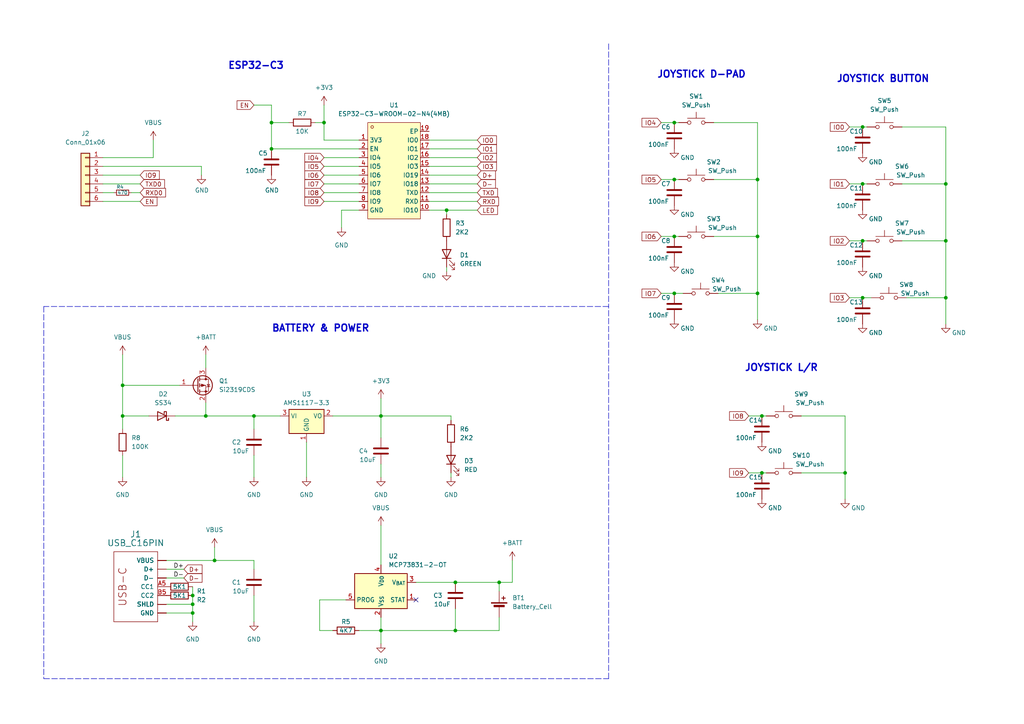
<source format=kicad_sch>
(kicad_sch (version 20230121) (generator eeschema)
  (paper "A4")
  (lib_symbols
    (symbol "Battery_Management:MCP73831-2-OT"
      (property "Reference" "U" (at -7.62 6.35 0))
      (property "Value" "MCP73831-2-OT" (at 1.27 6.35 0))
      (symbol "MCP73831-2-OT_0_1"
        (rectangle (start -7.62 5.08) (end 7.62 -5.08) (stroke (width 0.254)) (fill (type background)))
      )
      (symbol "MCP73831-2-OT_1_1"
        (pin output line (at 10.16 -2.54 180) (length 2.54) (name "STAT") (number "1"))
        (pin power_in line (at 0 -7.62 90) (length 2.54) (name "V_{SS}") (number "2"))
        (pin power_out line (at 10.16 2.54 180) (length 2.54) (name "V_{BAT}") (number "3"))
        (pin power_in line (at 0 7.62 270) (length 2.54) (name "V_{DD}") (number "4"))
        (pin input line (at -10.16 -2.54 0) (length 2.54) (name "PROG") (number "5"))
      )
    )
    (symbol "Connector_Generic:Conn_01x06" (pin_names (offset 1.016) hide)
      (property "Reference" "J" (at 0 7.62 0))
      (property "Value" "Conn_01x06" (at 0 -10.16 0))
      (symbol "Conn_01x06_1_1"
        (rectangle (start -1.27 -7.493) (end 0 -7.747) (stroke (width 0.1524)))
        (rectangle (start -1.27 -4.953) (end 0 -5.207) (stroke (width 0.1524)))
        (rectangle (start -1.27 -2.413) (end 0 -2.667) (stroke (width 0.1524)))
        (rectangle (start -1.27 0.127) (end 0 -0.127) (stroke (width 0.1524)))
        (rectangle (start -1.27 2.667) (end 0 2.413) (stroke (width 0.1524)))
        (rectangle (start -1.27 5.207) (end 0 4.953) (stroke (width 0.1524)))
        (rectangle (start -1.27 6.35) (end 1.27 -8.89) (stroke (width 0.254)) (fill (type background)))
        (pin passive line (at -5.08 5.08 0) (length 3.81) (name "Pin_1") (number "1"))
        (pin passive line (at -5.08 2.54 0) (length 3.81) (name "Pin_2") (number "2"))
        (pin passive line (at -5.08 0 0) (length 3.81) (name "Pin_3") (number "3"))
        (pin passive line (at -5.08 -2.54 0) (length 3.81) (name "Pin_4") (number "4"))
        (pin passive line (at -5.08 -5.08 0) (length 3.81) (name "Pin_5") (number "5"))
        (pin passive line (at -5.08 -7.62 0) (length 3.81) (name "Pin_6") (number "6"))
      )
    )
    (symbol "Device:Battery_Cell" (pin_numbers hide) (pin_names (offset 0) hide)
      (property "Reference" "BT" (at 2.54 2.54 0))
      (property "Value" "Battery_Cell" (at 2.54 0 0))
      (symbol "Battery_Cell_0_1"
        (rectangle (start -2.286 1.778) (end 2.286 1.524) (fill (type outline)))
        (rectangle (start -1.524 1.016) (end 1.524 0.508) (fill (type outline)))
        (polyline (pts (xy 0 0.762) (xy 0 0)))
        (polyline (pts (xy 0 1.778) (xy 0 2.54)))
        (polyline (pts (xy 0.762 3.048) (xy 1.778 3.048)) (stroke (width 0.254)))
        (polyline (pts (xy 1.27 3.556) (xy 1.27 2.54)) (stroke (width 0.254)))
      )
      (symbol "Battery_Cell_1_1"
        (pin passive line (at 0 5.08 270) (length 2.54) (name "+") (number "1"))
        (pin passive line (at 0 -2.54 90) (length 2.54) (name "-") (number "2"))
      )
    )
    (symbol "Device:C" (pin_numbers hide) (pin_names (offset 0.254))
      (property "Reference" "C" (at 0.635 2.54 0))
      (property "Value" "C" (at 0.635 -2.54 0))
      (symbol "C_0_1"
        (polyline (pts (xy -2.032 -0.762) (xy 2.032 -0.762)) (stroke (width 0.508)))
        (polyline (pts (xy -2.032 0.762) (xy 2.032 0.762)) (stroke (width 0.508)))
      )
      (symbol "C_1_1"
        (pin passive line (at 0 3.81 270) (length 2.794) (name "~") (number "1"))
        (pin passive line (at 0 -3.81 90) (length 2.794) (name "~") (number "2"))
      )
    )
    (symbol "Device:LED" (pin_numbers hide) (pin_names (offset 1.016) hide)
      (property "Reference" "D" (at 0 2.54 0))
      (property "Value" "LED" (at 0 -2.54 0))
      (symbol "LED_0_1"
        (polyline (pts (xy -1.27 -1.27) (xy -1.27 1.27)) (stroke (width 0.254)))
        (polyline (pts (xy -1.27 0) (xy 1.27 0)))
        (polyline (pts (xy 1.27 -1.27) (xy 1.27 1.27) (xy -1.27 0) (xy 1.27 -1.27)) (stroke (width 0.254)))
        (polyline (pts (xy -3.048 -0.762) (xy -4.572 -2.286) (xy -3.81 -2.286) (xy -4.572 -2.286) (xy -4.572 -1.524)))
        (polyline (pts (xy -1.778 -0.762) (xy -3.302 -2.286) (xy -2.54 -2.286) (xy -3.302 -2.286) (xy -3.302 -1.524)))
      )
      (symbol "LED_1_1"
        (pin passive line (at -3.81 0 0) (length 2.54) (name "K") (number "1"))
        (pin passive line (at 3.81 0 180) (length 2.54) (name "A") (number "2"))
      )
    )
    (symbol "Device:R" (pin_numbers hide) (pin_names (offset 0))
      (property "Reference" "R" (at 2.032 0 90))
      (property "Value" "R" (at 0 0 90))
      (symbol "R_0_1"
        (rectangle (start -1.016 -2.54) (end 1.016 2.54) (stroke (width 0.254)))
      )
      (symbol "R_1_1"
        (pin passive line (at 0 3.81 270) (length 1.27) (name "~") (number "1"))
        (pin passive line (at 0 -3.81 90) (length 1.27) (name "~") (number "2"))
      )
    )
    (symbol "Device:R_Small" (pin_numbers hide) (pin_names (offset 0.254) hide)
      (property "Reference" "R" (at 0.762 0.508 0))
      (property "Value" "R_Small" (at 0.762 -1.016 0))
      (symbol "R_Small_0_1"
        (rectangle (start -0.762 1.778) (end 0.762 -1.778) (stroke (width 0.2032)))
      )
      (symbol "R_Small_1_1"
        (pin passive line (at 0 2.54 270) (length 0.762) (name "~") (number "1"))
        (pin passive line (at 0 -2.54 90) (length 0.762) (name "~") (number "2"))
      )
    )
    (symbol "Diode:B150-E3" (pin_numbers hide) (pin_names hide)
      (property "Reference" "D" (at 0 2.54 0))
      (property "Value" "B150-E3" (at 0 -2.54 0))
      (symbol "B150-E3_0_1"
        (polyline (pts (xy 1.27 0) (xy -1.27 0)))
        (polyline (pts (xy 1.27 1.27) (xy 1.27 -1.27) (xy -1.27 0) (xy 1.27 1.27)) (stroke (width 0.254)))
        (polyline (pts (xy -1.905 0.635) (xy -1.905 1.27) (xy -1.27 1.27) (xy -1.27 -1.27) (xy -0.635 -1.27) (xy -0.635 -0.635)) (stroke (width 0.254)))
      )
      (symbol "B150-E3_1_1"
        (pin passive line (at -3.81 0 0) (length 2.54) (name "K") (number "1"))
        (pin passive line (at 3.81 0 180) (length 2.54) (name "A") (number "2"))
      )
    )
    (symbol "Regulator_Linear:AMS1117-3.3"
      (property "Reference" "U" (at -3.81 3.175 0))
      (property "Value" "AMS1117-3.3" (at 0 3.175 0))
      (symbol "AMS1117-3.3_0_1"
        (rectangle (start -5.08 -5.08) (end 5.08 1.905) (stroke (width 0.254)) (fill (type background)))
      )
      (symbol "AMS1117-3.3_1_1"
        (pin power_in line (at 0 -7.62 90) (length 2.54) (name "GND") (number "1"))
        (pin power_out line (at 7.62 0 180) (length 2.54) (name "VO") (number "2"))
        (pin power_in line (at -7.62 0 0) (length 2.54) (name "VI") (number "3"))
      )
    )
    (symbol "Switch:SW_Push" (pin_numbers hide) (pin_names (offset 1.016) hide)
      (property "Reference" "SW" (at 1.27 2.54 0))
      (property "Value" "SW_Push" (at 0 -1.524 0))
      (symbol "SW_Push_0_1"
        (circle (center -2.032 0) (radius 0.508))
        (polyline (pts (xy 0 1.27) (xy 0 3.048)))
        (polyline (pts (xy 2.54 1.27) (xy -2.54 1.27)))
        (circle (center 2.032 0) (radius 0.508))
        (pin passive line (at -5.08 0 0) (length 2.54) (name "1") (number "1"))
        (pin passive line (at 5.08 0 180) (length 2.54) (name "2") (number "2"))
      )
    )
    (symbol "Transistor_FET:Si2319CDS" (pin_names hide)
      (property "Reference" "Q" (at 5.08 1.905 0))
      (property "Value" "Si2319CDS" (at 5.08 0 0))
      (symbol "Si2319CDS_0_1"
        (polyline (pts (xy 0.254 0) (xy -2.54 0)))
        (polyline (pts (xy 0.254 1.905) (xy 0.254 -1.905)) (stroke (width 0.254)))
        (polyline (pts (xy 0.762 -1.27) (xy 0.762 -2.286)) (stroke (width 0.254)))
        (polyline (pts (xy 0.762 0.508) (xy 0.762 -0.508)) (stroke (width 0.254)))
        (polyline (pts (xy 0.762 2.286) (xy 0.762 1.27)) (stroke (width 0.254)))
        (polyline (pts (xy 2.54 2.54) (xy 2.54 1.778)))
        (polyline (pts (xy 2.54 -2.54) (xy 2.54 0) (xy 0.762 0)))
        (polyline (pts (xy 0.762 1.778) (xy 3.302 1.778) (xy 3.302 -1.778) (xy 0.762 -1.778)))
        (polyline (pts (xy 2.286 0) (xy 1.27 0.381) (xy 1.27 -0.381) (xy 2.286 0)) (fill (type outline)))
        (polyline (pts (xy 2.794 -0.508) (xy 2.921 -0.381) (xy 3.683 -0.381) (xy 3.81 -0.254)))
        (polyline (pts (xy 3.302 -0.381) (xy 2.921 0.254) (xy 3.683 0.254) (xy 3.302 -0.381)))
        (circle (center 1.651 0) (radius 2.794) (stroke (width 0.254)))
        (circle (center 2.54 -1.778) (radius 0.254) (fill (type outline)))
        (circle (center 2.54 1.778) (radius 0.254) (fill (type outline)))
      )
      (symbol "Si2319CDS_1_1"
        (pin input line (at -5.08 0 0) (length 2.54) (name "G") (number "1"))
        (pin passive line (at 2.54 -5.08 90) (length 2.54) (name "S") (number "2"))
        (pin passive line (at 2.54 5.08 270) (length 2.54) (name "D") (number "3"))
      )
    )
    (symbol "esp32-c3-wroom:ESP32-C3-WROOM-02-N4(4MB)"
      (property "Reference" "U" (at 0 16.51 0))
      (property "Value" "ESP32-C3-WROOM-02-N4(4MB)" (at 0 -16.51 0))
      (symbol "ESP32-C3-WROOM-02-N4(4MB)_0_1"
        (rectangle (start -7.62 13.97) (end 7.62 -13.97) (fill (type background)))
        (circle (center -6.35 12.7) (radius 0.38))
        (pin unspecified line (at -10.16 8.89 0) (length 2.54) (name "3V3") (number "1"))
        (pin unspecified line (at 10.16 -11.43 180) (length 2.54) (name "IO10") (number "10"))
        (pin unspecified line (at 10.16 -8.89 180) (length 2.54) (name "RXD") (number "11"))
        (pin unspecified line (at 10.16 -6.35 180) (length 2.54) (name "TXD") (number "12"))
        (pin unspecified line (at 10.16 -3.81 180) (length 2.54) (name "IO18") (number "13"))
        (pin unspecified line (at 10.16 -1.27 180) (length 2.54) (name "IO19") (number "14"))
        (pin unspecified line (at 10.16 1.27 180) (length 2.54) (name "IO3") (number "15"))
        (pin unspecified line (at 10.16 3.81 180) (length 2.54) (name "IO2") (number "16"))
        (pin unspecified line (at 10.16 6.35 180) (length 2.54) (name "IO1") (number "17"))
        (pin unspecified line (at 10.16 8.89 180) (length 2.54) (name "IO0") (number "18"))
        (pin unspecified line (at 10.16 11.43 180) (length 2.54) (name "EP") (number "19"))
        (pin unspecified line (at -10.16 6.35 0) (length 2.54) (name "EN") (number "2"))
        (pin unspecified line (at -10.16 3.81 0) (length 2.54) (name "IO4") (number "3"))
        (pin unspecified line (at -10.16 1.27 0) (length 2.54) (name "IO5") (number "4"))
        (pin unspecified line (at -10.16 -1.27 0) (length 2.54) (name "IO6") (number "5"))
        (pin unspecified line (at -10.16 -3.81 0) (length 2.54) (name "IO7") (number "6"))
        (pin unspecified line (at -10.16 -6.35 0) (length 2.54) (name "IO8") (number "7"))
        (pin unspecified line (at -10.16 -8.89 0) (length 2.54) (name "IO9") (number "8"))
        (pin unspecified line (at -10.16 -11.43 0) (length 2.54) (name "GND") (number "9"))
      )
    )
    (symbol "power:+3V3" (power) (pin_names (offset 0))
      (property "Value" "+3V3" (at 0 3.556 0))
      (symbol "+3V3_0_1"
        (polyline (pts (xy -0.762 1.27) (xy 0 2.54)))
        (polyline (pts (xy 0 0) (xy 0 2.54)))
        (polyline (pts (xy 0 2.54) (xy 0.762 1.27)))
      )
      (symbol "+3V3_1_1"
        (pin power_in line (at 0 0 90) (length 0) hide (name "+3V3") (number "1"))
      )
    )
    (symbol "power:+BATT" (power) (pin_names (offset 0))
      (property "Value" "+BATT" (at 0 3.556 0))
      (symbol "+BATT_0_1"
        (polyline (pts (xy -0.762 1.27) (xy 0 2.54)))
        (polyline (pts (xy 0 0) (xy 0 2.54)))
        (polyline (pts (xy 0 2.54) (xy 0.762 1.27)))
      )
      (symbol "+BATT_1_1"
        (pin power_in line (at 0 0 90) (length 0) hide (name "+BATT") (number "1"))
      )
    )
    (symbol "power:GND" (power) (pin_names (offset 0))
      (property "Value" "GND" (at 0 -3.81 0))
      (symbol "GND_0_1"
        (polyline (pts (xy 0 0) (xy 0 -1.27) (xy 1.27 -1.27) (xy 0 -2.54) (xy -1.27 -1.27) (xy 0 -1.27)))
      )
      (symbol "GND_1_1"
        (pin power_in line (at 0 0 270) (length 0) hide (name "GND") (number "1"))
      )
    )
    (symbol "power:VBUS" (power) (pin_names (offset 0))
      (property "Value" "VBUS" (at 0 3.81 0))
      (symbol "VBUS_0_1"
        (polyline (pts (xy -0.762 1.27) (xy 0 2.54)))
        (polyline (pts (xy 0 0) (xy 0 2.54)))
        (polyline (pts (xy 0 2.54) (xy 0.762 1.27)))
      )
      (symbol "VBUS_1_1"
        (pin power_in line (at 0 0 90) (length 0) hide (name "VBUS") (number "1"))
      )
    )
    (symbol "usb_c16pin:USB_C16PIN" (pin_names (offset 1.016))
      (property "Reference" "J" (at -2.54 10.414 0))
      (property "Value" "USB_C16PIN" (at -2.54 -12.446 0))
      (symbol "USB_C16PIN_1_0"
        (polyline (pts (xy -2.54 -10.16) (xy -2.54 10.16)))
        (polyline (pts (xy -2.54 -10.16) (xy 10.16 -10.16)))
        (polyline (pts (xy 10.16 -10.16) (xy 10.16 10.16)))
        (polyline (pts (xy 10.16 10.16) (xy -2.54 10.16)))
        (text "USB-C" (at 0 0 900) (effects (font (size 2.159 2.159))))
        (pin unspecified line (at 12.7 0 180) (length 2.54) (name "CC1") (number "A5"))
        (pin unspecified line (at 12.7 5.08 180) (length 2.54) (name "D+") (number "A6"))
        (pin unspecified line (at 12.7 2.54 180) (length 2.54) (name "D-") (number "A7"))
        (pin unspecified line (at 12.7 -2.54 180) (length 2.54) (name "CC2") (number "B5"))
        (pin unspecified line (at 12.7 5.08 180) (length 2.54) (name "D+") (number "B6"))
        (pin unspecified line (at 12.7 2.54 180) (length 2.54) (name "D-") (number "B7"))
        (pin unspecified line (at 12.7 -7.62 180) (length 2.54) (name "GND") (number "GND"))
        (pin unspecified line (at 12.7 -7.62 180) (length 2.54) (name "GND") (number "GND2"))
        (pin unspecified line (at 12.7 -5.08 180) (length 2.54) (name "SHLD") (number "SHLD1"))
        (pin unspecified line (at 12.7 -5.08 180) (length 2.54) (name "SHLD") (number "SHLD2"))
        (pin unspecified line (at 12.7 -5.08 180) (length 2.54) (name "SHLD") (number "SHLD3"))
        (pin unspecified line (at 12.7 -5.08 180) (length 2.54) (name "SHLD") (number "SHLD4"))
        (pin unspecified line (at 12.7 -5.08 180) (length 2.54) (name "SHLD") (number "SHLD5"))
        (pin unspecified line (at 12.7 -5.08 180) (length 2.54) (name "SHLD") (number "SHLD6"))
        (pin unspecified line (at 12.7 -5.08 180) (length 2.54) (name "SHLD") (number "SHLD7"))
        (pin unspecified line (at 12.7 -5.08 180) (length 2.54) (name "SHLD") (number "SHLD8"))
        (pin unspecified line (at 12.7 7.62 180) (length 2.54) (name "VBUS") (number "VBUS1"))
        (pin unspecified line (at 12.7 7.62 180) (length 2.54) (name "VBUS") (number "VBUS2"))
      )
    )
  )
  (junction (at 250.19 86.36))
  (junction (at 62.23 162.56))
  (junction (at 55.88 177.8))
  (junction (at 220.98 137.16))
  (junction (at 274.32 53.34))
  (junction (at 35.56 120.65))
  (junction (at 219.71 68.58))
  (junction (at 55.88 172.72))
  (junction (at 35.56 111.76))
  (junction (at 219.71 85.09))
  (junction (at 250.19 69.85))
  (junction (at 219.71 52.07))
  (junction (at 132.08 168.91))
  (junction (at 93.98 35.56))
  (junction (at 250.19 53.34))
  (junction (at 245.11 137.16))
  (junction (at 73.66 120.65))
  (junction (at 59.69 120.65))
  (junction (at 195.58 52.07))
  (junction (at 274.32 86.36))
  (junction (at 274.32 69.85))
  (junction (at 78.74 35.56))
  (junction (at 144.78 168.91))
  (junction (at 220.98 120.65))
  (junction (at 129.54 60.96))
  (junction (at 195.58 68.58))
  (junction (at 78.74 43.18))
  (junction (at 132.08 182.88))
  (junction (at 55.88 175.26))
  (junction (at 110.49 182.88))
  (junction (at 250.19 36.83))
  (junction (at 110.49 120.65))
  (junction (at 195.58 35.56))
  (junction (at 195.58 85.09))
  (no_connect (at 120.65 173.99))
  (wire (pts (xy 73.66 180.34) (xy 73.66 172.72)))
  (wire (pts (xy 129.54 60.96) (xy 138.43 60.96)))
  (wire (pts (xy 104.14 182.88) (xy 110.49 182.88)))
  (wire (pts (xy 100.33 173.99) (xy 92.71 173.99)))
  (wire (pts (xy 246.38 36.83) (xy 250.19 36.83)))
  (polyline (pts (xy 176.53 196.85) (xy 176.53 88.9)) (stroke (width 0) (type dash)))
  (wire (pts (xy 220.98 120.65) (xy 222.25 120.65)))
  (wire (pts (xy 59.69 120.65) (xy 73.66 120.65)))
  (wire (pts (xy 110.49 182.88) (xy 110.49 186.69)))
  (wire (pts (xy 232.41 137.16) (xy 245.11 137.16)))
  (wire (pts (xy 191.77 35.56) (xy 195.58 35.56)))
  (wire (pts (xy 195.58 35.56) (xy 196.85 35.56)))
  (wire (pts (xy 55.88 175.26) (xy 55.88 177.8)))
  (wire (pts (xy 91.44 35.56) (xy 93.98 35.56)))
  (wire (pts (xy 217.17 137.16) (xy 220.98 137.16)))
  (wire (pts (xy 104.14 60.96) (xy 99.06 60.96)))
  (wire (pts (xy 104.14 40.64) (xy 93.98 40.64)))
  (wire (pts (xy 124.46 45.72) (xy 138.43 45.72)))
  (wire (pts (xy 35.56 111.76) (xy 35.56 102.87)))
  (wire (pts (xy 29.845 48.26) (xy 58.42 48.26)))
  (polyline (pts (xy 176.53 88.9) (xy 12.7 88.9)) (stroke (width 0) (type dash)))
  (wire (pts (xy 245.11 137.16) (xy 245.11 144.78)))
  (wire (pts (xy 110.49 115.57) (xy 110.49 120.65)))
  (wire (pts (xy 48.26 165.1) (xy 53.34 165.1)))
  (wire (pts (xy 129.54 60.96) (xy 129.54 62.23)))
  (wire (pts (xy 93.98 58.42) (xy 104.14 58.42)))
  (wire (pts (xy 124.46 53.34) (xy 138.43 53.34)))
  (wire (pts (xy 217.17 120.65) (xy 220.98 120.65)))
  (wire (pts (xy 110.49 138.43) (xy 110.49 134.62)))
  (wire (pts (xy 29.845 45.72) (xy 44.45 45.72)))
  (wire (pts (xy 50.8 120.65) (xy 59.69 120.65)))
  (polyline (pts (xy 12.7 196.85) (xy 176.53 196.85)) (stroke (width 0) (type dash)))
  (wire (pts (xy 124.46 43.18) (xy 138.43 43.18)))
  (wire (pts (xy 73.66 132.08) (xy 73.66 138.43)))
  (wire (pts (xy 144.78 168.91) (xy 148.59 168.91)))
  (wire (pts (xy 245.11 137.16) (xy 245.11 120.65)))
  (wire (pts (xy 191.77 85.09) (xy 195.58 85.09)))
  (wire (pts (xy 219.71 52.07) (xy 219.71 35.56)))
  (wire (pts (xy 88.9 128.27) (xy 88.9 138.43)))
  (wire (pts (xy 274.32 69.85) (xy 274.32 53.34)))
  (wire (pts (xy 219.71 92.71) (xy 219.71 85.09)))
  (wire (pts (xy 261.62 53.34) (xy 274.32 53.34)))
  (wire (pts (xy 124.46 55.88) (xy 138.43 55.88)))
  (wire (pts (xy 246.38 69.85) (xy 250.19 69.85)))
  (wire (pts (xy 58.42 48.26) (xy 58.42 50.8)))
  (wire (pts (xy 38.1 55.88) (xy 40.64 55.88)))
  (wire (pts (xy 144.78 168.91) (xy 144.78 171.45)))
  (wire (pts (xy 274.32 86.36) (xy 274.32 69.85)))
  (wire (pts (xy 132.08 168.91) (xy 144.78 168.91)))
  (wire (pts (xy 144.78 179.07) (xy 144.78 182.88)))
  (wire (pts (xy 124.46 40.64) (xy 138.43 40.64)))
  (wire (pts (xy 48.26 167.64) (xy 53.34 167.64)))
  (wire (pts (xy 220.98 137.16) (xy 222.25 137.16)))
  (wire (pts (xy 73.66 120.65) (xy 73.66 124.46)))
  (wire (pts (xy 129.54 77.47) (xy 129.54 78.74)))
  (wire (pts (xy 29.845 53.34) (xy 40.64 53.34)))
  (wire (pts (xy 132.08 176.53) (xy 132.08 182.88)))
  (wire (pts (xy 219.71 35.56) (xy 207.01 35.56)))
  (wire (pts (xy 93.98 53.34) (xy 104.14 53.34)))
  (wire (pts (xy 35.56 120.65) (xy 35.56 111.76)))
  (wire (pts (xy 35.56 120.65) (xy 35.56 124.46)))
  (wire (pts (xy 93.98 55.88) (xy 104.14 55.88)))
  (polyline (pts (xy 176.53 12.7) (xy 176.53 88.9)) (stroke (width 0) (type dash)))
  (wire (pts (xy 144.78 182.88) (xy 132.08 182.88)))
  (wire (pts (xy 250.19 36.83) (xy 251.46 36.83)))
  (wire (pts (xy 78.74 35.56) (xy 83.82 35.56)))
  (wire (pts (xy 246.38 86.36) (xy 250.19 86.36)))
  (wire (pts (xy 191.77 52.07) (xy 195.58 52.07)))
  (wire (pts (xy 124.46 50.8) (xy 138.43 50.8)))
  (wire (pts (xy 92.71 173.99) (xy 92.71 182.88)))
  (wire (pts (xy 55.88 177.8) (xy 55.88 180.34)))
  (wire (pts (xy 124.46 60.96) (xy 129.54 60.96)))
  (wire (pts (xy 48.26 177.8) (xy 55.88 177.8)))
  (wire (pts (xy 250.19 86.36) (xy 252.73 86.36)))
  (wire (pts (xy 55.88 172.72) (xy 55.88 175.26)))
  (wire (pts (xy 274.32 53.34) (xy 274.32 36.83)))
  (wire (pts (xy 96.52 120.65) (xy 110.49 120.65)))
  (wire (pts (xy 78.74 30.48) (xy 78.74 35.56)))
  (wire (pts (xy 130.81 137.16) (xy 130.81 138.43)))
  (wire (pts (xy 124.46 48.26) (xy 138.43 48.26)))
  (wire (pts (xy 195.58 85.09) (xy 198.12 85.09)))
  (wire (pts (xy 55.88 170.18) (xy 55.88 172.72)))
  (wire (pts (xy 48.26 162.56) (xy 62.23 162.56)))
  (wire (pts (xy 250.19 53.34) (xy 251.46 53.34)))
  (wire (pts (xy 120.65 168.91) (xy 132.08 168.91)))
  (wire (pts (xy 110.49 120.65) (xy 110.49 127)))
  (wire (pts (xy 99.06 60.96) (xy 99.06 66.04)))
  (wire (pts (xy 207.01 52.07) (xy 219.71 52.07)))
  (wire (pts (xy 245.11 120.65) (xy 232.41 120.65)))
  (wire (pts (xy 73.66 30.48) (xy 78.74 30.48)))
  (wire (pts (xy 207.01 68.58) (xy 219.71 68.58)))
  (wire (pts (xy 110.49 120.65) (xy 130.81 120.65)))
  (wire (pts (xy 246.38 53.34) (xy 250.19 53.34)))
  (wire (pts (xy 93.98 35.56) (xy 93.98 30.48)))
  (wire (pts (xy 191.77 68.58) (xy 195.58 68.58)))
  (wire (pts (xy 250.19 69.85) (xy 251.46 69.85)))
  (wire (pts (xy 73.66 162.56) (xy 73.66 165.1)))
  (wire (pts (xy 219.71 68.58) (xy 219.71 52.07)))
  (wire (pts (xy 35.56 111.76) (xy 52.07 111.76)))
  (wire (pts (xy 219.71 85.09) (xy 219.71 68.58)))
  (wire (pts (xy 124.46 58.42) (xy 138.43 58.42)))
  (wire (pts (xy 29.845 50.8) (xy 40.64 50.8)))
  (wire (pts (xy 110.49 179.07) (xy 110.49 182.88)))
  (wire (pts (xy 73.66 120.65) (xy 81.28 120.65)))
  (wire (pts (xy 78.74 35.56) (xy 78.74 43.18)))
  (wire (pts (xy 35.56 132.08) (xy 35.56 138.43)))
  (wire (pts (xy 29.845 58.42) (xy 40.64 58.42)))
  (wire (pts (xy 93.98 45.72) (xy 104.14 45.72)))
  (wire (pts (xy 62.23 158.75) (xy 62.23 162.56)))
  (wire (pts (xy 274.32 36.83) (xy 261.62 36.83)))
  (wire (pts (xy 43.18 120.65) (xy 35.56 120.65)))
  (wire (pts (xy 59.69 116.84) (xy 59.69 120.65)))
  (wire (pts (xy 59.69 102.87) (xy 59.69 106.68)))
  (wire (pts (xy 29.845 55.88) (xy 33.02 55.88)))
  (wire (pts (xy 195.58 52.07) (xy 196.85 52.07)))
  (wire (pts (xy 93.98 48.26) (xy 104.14 48.26)))
  (wire (pts (xy 78.74 43.18) (xy 104.14 43.18)))
  (polyline (pts (xy 12.7 88.9) (xy 12.7 196.85)) (stroke (width 0) (type dash)))
  (wire (pts (xy 93.98 40.64) (xy 93.98 35.56)))
  (wire (pts (xy 130.81 121.92) (xy 130.81 120.65)))
  (wire (pts (xy 44.45 40.64) (xy 44.45 45.72)))
  (wire (pts (xy 262.89 86.36) (xy 274.32 86.36)))
  (wire (pts (xy 274.32 93.98) (xy 274.32 86.36)))
  (wire (pts (xy 195.58 68.58) (xy 196.85 68.58)))
  (wire (pts (xy 132.08 182.88) (xy 110.49 182.88)))
  (wire (pts (xy 93.98 50.8) (xy 104.14 50.8)))
  (wire (pts (xy 110.49 152.4) (xy 110.49 163.83)))
  (wire (pts (xy 261.62 69.85) (xy 274.32 69.85)))
  (wire (pts (xy 48.26 175.26) (xy 55.88 175.26)))
  (wire (pts (xy 92.71 182.88) (xy 96.52 182.88)))
  (wire (pts (xy 208.28 85.09) (xy 219.71 85.09)))
  (wire (pts (xy 62.23 162.56) (xy 73.66 162.56)))
  (wire (pts (xy 148.59 168.91) (xy 148.59 162.56)))
  (text "JOYSTICK L/R\n" (at 215.9 107.95 0) (effects (font (size 2 2) (thickness 0.4) bold) (justify left bottom)))
  (text "BATTERY & POWER" (at 78.74 96.52 0) (effects (font (size 2 2) (thickness 0.4) bold) (justify left bottom)))
  (text "JOYSTICK D-PAD\n" (at 190.5 22.86 0) (effects (font (size 2 2) (thickness 0.4) bold) (justify left bottom)))
  (text "JOYSTICK BUTTON" (at 242.57 24.13 0) (effects (font (size 2 2) (thickness 0.4) bold) (justify left bottom)))
  (text "ESP32-C3" (at 66.04 20.32 0) (effects (font (size 2 2) (thickness 0.4) bold) (justify left bottom)))
  (label "D-" (at 53.34 167.64 180))
  (label "D+" (at 53.34 165.1 180))
  (global_label "LED" (shape input) (at 138.43 60.96 0) (property "Intersheetrefs" "${INTERSHEET_REFS}" (effects hide)))
  (global_label "IO8" (shape input) (at 93.98 55.88 180) (property "Intersheetrefs" "${INTERSHEET_REFS}" (effects hide)))
  (global_label "IO4" (shape input) (at 191.77 35.56 180) (property "Intersheetrefs" "${INTERSHEET_REFS}" (effects hide)))
  (global_label "IO5" (shape input) (at 93.98 48.26 180) (property "Intersheetrefs" "${INTERSHEET_REFS}" (effects hide)))
  (global_label "IO3" (shape input) (at 138.43 48.26 0) (property "Intersheetrefs" "${INTERSHEET_REFS}" (effects hide)))
  (global_label "IO9" (shape input) (at 93.98 58.42 180) (property "Intersheetrefs" "${INTERSHEET_REFS}" (effects hide)))
  (global_label "IO9" (shape input) (at 40.64 50.8 0) (property "Intersheetrefs" "${INTERSHEET_REFS}" (effects hide)))
  (global_label "RXD" (shape input) (at 138.43 58.42 0) (property "Intersheetrefs" "${INTERSHEET_REFS}" (effects hide)))
  (global_label "TXD0" (shape input) (at 40.64 53.34 0) (property "Intersheetrefs" "${INTERSHEET_REFS}" (effects hide)))
  (global_label "RXD0" (shape input) (at 40.64 55.88 0) (property "Intersheetrefs" "${INTERSHEET_REFS}" (effects hide)))
  (global_label "IO2" (shape input) (at 138.43 45.72 0) (property "Intersheetrefs" "${INTERSHEET_REFS}" (effects hide)))
  (global_label "IO3" (shape input) (at 246.38 86.36 180) (property "Intersheetrefs" "${INTERSHEET_REFS}" (effects hide)))
  (global_label "EN" (shape input) (at 73.66 30.48 180) (property "Intersheetrefs" "${INTERSHEET_REFS}" (effects hide)))
  (global_label "D+" (shape input) (at 53.34 165.1 0) (property "Intersheetrefs" "${INTERSHEET_REFS}" (effects hide)))
  (global_label "D+" (shape input) (at 138.43 50.8 0) (property "Intersheetrefs" "${INTERSHEET_REFS}" (effects hide)))
  (global_label "IO0" (shape input) (at 138.43 40.64 0) (property "Intersheetrefs" "${INTERSHEET_REFS}" (effects hide)))
  (global_label "IO1" (shape input) (at 138.43 43.18 0) (property "Intersheetrefs" "${INTERSHEET_REFS}" (effects hide)))
  (global_label "IO7" (shape input) (at 191.77 85.09 180) (property "Intersheetrefs" "${INTERSHEET_REFS}" (effects hide)))
  (global_label "IO5" (shape input) (at 191.77 52.07 180) (property "Intersheetrefs" "${INTERSHEET_REFS}" (effects hide)))
  (global_label "D-" (shape input) (at 53.34 167.64 0) (property "Intersheetrefs" "${INTERSHEET_REFS}" (effects hide)))
  (global_label "IO9" (shape input) (at 217.17 137.16 180) (property "Intersheetrefs" "${INTERSHEET_REFS}" (effects hide)))
  (global_label "IO0" (shape input) (at 246.38 36.83 180) (property "Intersheetrefs" "${INTERSHEET_REFS}" (effects hide)))
  (global_label "IO2" (shape input) (at 246.38 69.85 180) (property "Intersheetrefs" "${INTERSHEET_REFS}" (effects hide)))
  (global_label "TXD" (shape input) (at 138.43 55.88 0) (property "Intersheetrefs" "${INTERSHEET_REFS}" (effects hide)))
  (global_label "IO6" (shape input) (at 93.98 50.8 180) (property "Intersheetrefs" "${INTERSHEET_REFS}" (effects hide)))
  (global_label "IO1" (shape input) (at 246.38 53.34 180) (property "Intersheetrefs" "${INTERSHEET_REFS}" (effects hide)))
  (global_label "IO4" (shape input) (at 93.98 45.72 180) (property "Intersheetrefs" "${INTERSHEET_REFS}" (effects hide)))
  (global_label "IO6" (shape input) (at 191.77 68.58 180) (property "Intersheetrefs" "${INTERSHEET_REFS}" (effects hide)))
  (global_label "EN" (shape input) (at 40.64 58.42 0) (property "Intersheetrefs" "${INTERSHEET_REFS}" (effects hide)))
  (global_label "IO7" (shape input) (at 93.98 53.34 180) (property "Intersheetrefs" "${INTERSHEET_REFS}" (effects hide)))
  (global_label "D-" (shape input) (at 138.43 53.34 0) (property "Intersheetrefs" "${INTERSHEET_REFS}" (effects hide)))
  (global_label "IO8" (shape input) (at 217.17 120.65 180) (property "Intersheetrefs" "${INTERSHEET_REFS}" (effects hide)))
  (symbol (lib_id "power:GND") (at 55.88 180.34 0) (unit 1)
    (property "Reference" "#PWR02" (effects hide))
    (property "Value" "GND" (at 55.88 185.42 0))
  )
  (symbol (lib_id "usb_c16pin:USB_C16PIN") (at 35.56 170.18 0) (unit 1)
    (property "Reference" "J1" (at 39.37 154.94 0) (effects (font (size 1.778 1.778))))
    (property "Value" "USB_C16PIN" (at 39.37 157.48 0) (effects (font (size 1.778 1.778))))
    (property "Footprint" "LOKAL:USB-C-COM-15111" (effects hide))
  )
  (symbol (lib_id "Device:C") (at 250.19 90.17 0) (unit 1)
    (property "Reference" "C13" (at 246.38 87.63 0) (effects (justify left)))
    (property "Value" "100nF" (at 242.57 92.71 0) (effects (justify left)))
  )
  (symbol (lib_id "Device:C") (at 132.08 172.72 180) (unit 1)
    (property "Reference" "C3" (at 127 172.72 0))
    (property "Value" "10uF" (at 128.27 175.26 0))
    (property "Footprint" "Capacitor_SMD:C_0603_1608Metric" (effects hide))
  )
  (symbol (lib_id "Device:R") (at 130.81 125.73 0) (unit 1)
    (property "Reference" "R6" (at 133.35 124.46 0) (effects (justify left)))
    (property "Value" "2K2" (at 133.35 127 0) (effects (justify left)))
    (property "Footprint" "Resistor_SMD:R_0603_1608Metric" (effects hide))
  )
  (symbol (lib_id "power:GND") (at 220.98 128.27 0) (unit 1)
    (property "Reference" "#PWR030" (effects hide))
    (property "Value" "GND" (at 224.79 130.81 0))
  )
  (symbol (lib_id "Device:R") (at 100.33 182.88 90) (unit 1)
    (property "Reference" "R5" (at 100.33 180.34 90))
    (property "Value" "4K7" (at 100.33 182.88 90))
    (property "Footprint" "Resistor_SMD:R_0603_1608Metric" (effects hide))
  )
  (symbol (lib_id "power:VBUS") (at 35.56 102.87 0) (unit 1)
    (property "Reference" "#PWR08" (effects hide))
    (property "Value" "VBUS" (at 35.56 97.79 0))
  )
  (symbol (lib_id "Switch:SW_Push") (at 227.33 120.65 0) (unit 1)
    (property "Reference" "SW9" (at 232.41 114.3 0))
    (property "Value" "SW_Push" (at 234.95 116.84 0))
  )
  (symbol (lib_id "power:GND") (at 129.54 78.74 0) (unit 1)
    (property "Reference" "#PWR05" (effects hide))
    (property "Value" "GND" (at 124.46 80.01 0))
  )
  (symbol (lib_id "power:+3V3") (at 93.98 30.48 0) (unit 1)
    (property "Reference" "#PWR018" (effects hide))
    (property "Value" "+3V3" (at 93.98 25.4 0))
  )
  (symbol (lib_id "Device:R") (at 87.63 35.56 90) (unit 1)
    (property "Reference" "R7" (at 87.63 33.02 90))
    (property "Value" "10K" (at 87.63 38.1 90))
  )
  (symbol (lib_id "Device:C") (at 195.58 39.37 0) (unit 1)
    (property "Reference" "C6" (at 191.77 36.83 0) (effects (justify left)))
    (property "Value" "100nF" (at 187.96 41.91 0) (effects (justify left)))
  )
  (symbol (lib_id "power:GND") (at 250.19 44.45 0) (unit 1)
    (property "Reference" "#PWR025" (effects hide))
    (property "Value" "GND" (at 254 46.99 0))
  )
  (symbol (lib_id "Switch:SW_Push") (at 201.93 35.56 0) (unit 1)
    (property "Reference" "SW1" (at 201.93 27.94 0))
    (property "Value" "SW_Push" (at 201.93 30.48 0))
  )
  (symbol (lib_id "Transistor_FET:Si2319CDS") (at 57.15 111.76 0) (unit 1)
    (property "Reference" "Q1" (at 63.5 110.49 0) (effects (justify left)))
    (property "Value" "Si2319CDS" (at 63.5 113.03 0) (effects (justify left)))
    (property "Footprint" "Package_TO_SOT_SMD:SOT-23" (effects hide))
    (property "Datasheet" "http://www.vishay.com/docs/66709/si2319cd.pdf" (effects hide))
  )
  (symbol (lib_id "power:GND") (at 219.71 92.71 0) (unit 1)
    (property "Reference" "#PWR024" (effects hide))
    (property "Value" "GND" (at 223.52 95.25 0))
  )
  (symbol (lib_id "Connector_Generic:Conn_01x06") (at 24.765 50.8 0) (mirror y) (unit 1)
    (property "Reference" "J2" (at 24.765 38.735 0))
    (property "Value" "Conn_01x06" (at 24.765 41.275 0))
    (property "Footprint" "Connector_PinHeader_2.54mm:PinHeader_1x06_P2.54mm_Vertical" (effects hide))
  )
  (symbol (lib_id "Regulator_Linear:AMS1117-3.3") (at 88.9 120.65 0) (unit 1)
    (property "Reference" "U3" (at 88.9 114.3 0))
    (property "Value" "AMS1117-3.3" (at 88.9 116.84 0))
    (property "Footprint" "Package_TO_SOT_SMD:SOT-223-3_TabPin2" (effects hide))
    (property "Datasheet" "http://www.advanced-monolithic.com/pdf/ds1117.pdf" (effects hide))
  )
  (symbol (lib_id "Device:R") (at 52.07 170.18 90) (unit 1)
    (property "Reference" "R1" (at 58.42 171.45 90))
    (property "Value" "5K1" (at 52.07 170.18 90))
    (property "Footprint" "Resistor_SMD:R_0603_1608Metric" (effects hide))
  )
  (symbol (lib_id "power:+BATT") (at 59.69 102.87 0) (unit 1)
    (property "Reference" "#PWR09" (effects hide))
    (property "Value" "+BATT" (at 59.69 97.79 0))
  )
  (symbol (lib_id "power:+3V3") (at 110.49 115.57 0) (unit 1)
    (property "Reference" "#PWR014" (effects hide))
    (property "Value" "+3V3" (at 110.49 110.49 0))
  )
  (symbol (lib_id "Switch:SW_Push") (at 256.54 53.34 0) (unit 1)
    (property "Reference" "SW6" (at 261.62 48.26 0))
    (property "Value" "SW_Push" (at 264.16 50.8 0))
  )
  (symbol (lib_id "Device:C") (at 195.58 88.9 0) (unit 1)
    (property "Reference" "C9" (at 191.77 86.36 0) (effects (justify left)))
    (property "Value" "100nF" (at 187.96 91.44 0) (effects (justify left)))
  )
  (symbol (lib_id "power:GND") (at 195.58 76.2 0) (unit 1)
    (property "Reference" "#PWR022" (effects hide))
    (property "Value" "GND" (at 199.39 78.74 0))
  )
  (symbol (lib_id "Switch:SW_Push") (at 227.33 137.16 0) (unit 1)
    (property "Reference" "SW10" (at 232.41 132.08 0))
    (property "Value" "SW_Push" (at 234.95 134.62 0))
  )
  (symbol (lib_id "power:GND") (at 35.56 138.43 0) (unit 1)
    (property "Reference" "#PWR033" (effects hide))
    (property "Value" "GND" (at 35.56 143.51 0))
  )
  (symbol (lib_id "Device:C") (at 73.66 128.27 180) (unit 1)
    (property "Reference" "C2" (at 68.58 128.27 0))
    (property "Value" "10uF" (at 69.85 130.81 0))
    (property "Footprint" "Capacitor_SMD:C_0603_1608Metric" (effects hide))
  )
  (symbol (lib_id "power:GND") (at 99.06 66.04 0) (unit 1)
    (property "Reference" "#PWR01" (effects hide))
    (property "Value" "GND" (at 99.06 71.12 0))
  )
  (symbol (lib_id "power:GND") (at 88.9 138.43 0) (unit 1)
    (property "Reference" "#PWR013" (effects hide))
    (property "Value" "GND" (at 88.9 143.51 0))
  )
  (symbol (lib_id "Device:C") (at 73.66 168.91 180) (unit 1)
    (property "Reference" "C1" (at 68.58 168.91 0))
    (property "Value" "10uF" (at 69.85 171.45 0))
    (property "Footprint" "Capacitor_SMD:C_0603_1608Metric" (effects hide))
  )
  (symbol (lib_id "Device:C") (at 250.19 57.15 0) (unit 1)
    (property "Reference" "C11" (at 246.38 54.61 0) (effects (justify left)))
    (property "Value" "100nF" (at 242.57 59.69 0) (effects (justify left)))
  )
  (symbol (lib_id "power:GND") (at 220.98 144.78 0) (unit 1)
    (property "Reference" "#PWR031" (effects hide))
    (property "Value" "GND" (at 224.79 147.32 0))
  )
  (symbol (lib_id "Switch:SW_Push") (at 201.93 52.07 0) (unit 1)
    (property "Reference" "SW2" (at 207.01 46.99 0))
    (property "Value" "SW_Push" (at 209.55 49.53 0))
  )
  (symbol (lib_id "power:GND") (at 274.32 93.98 0) (unit 1)
    (property "Reference" "#PWR029" (effects hide))
    (property "Value" "GND" (at 278.13 96.52 0))
  )
  (symbol (lib_id "Device:R_Small") (at 35.56 55.88 270) (unit 1)
    (property "Reference" "R4" (at 33.782 54.229 90) (effects (font (size 0.9906 0.9906)) (justify left)))
    (property "Value" "470" (at 34.036 55.88 90) (effects (font (size 0.9906 0.9906)) (justify left)))
    (property "Footprint" "Resistor_SMD:R_0805_2012Metric_Pad1.20x1.40mm_HandSolder" (effects hide))
  )
  (symbol (lib_id "Switch:SW_Push") (at 257.81 86.36 0) (unit 1)
    (property "Reference" "SW8" (at 262.89 82.55 0))
    (property "Value" "SW_Push" (at 265.43 85.09 0))
  )
  (symbol (lib_id "power:GND") (at 73.66 138.43 0) (unit 1)
    (property "Reference" "#PWR010" (effects hide))
    (property "Value" "GND" (at 73.66 143.51 0))
  )
  (symbol (lib_id "Battery_Management:MCP73831-2-OT") (at 110.49 171.45 0) (unit 1)
    (property "Reference" "U2" (at 112.6841 161.29 0) (effects (justify left)))
    (property "Value" "MCP73831-2-OT" (at 112.6841 163.83 0) (effects (justify left)))
    (property "Footprint" "Package_TO_SOT_SMD:SOT-23-5" (effects hide))
    (property "Datasheet" "http://ww1.microchip.com/downloads/en/DeviceDoc/20001984g.pdf" (effects hide))
  )
  (symbol (lib_id "Device:Battery_Cell") (at 144.78 176.53 0) (unit 1)
    (property "Reference" "BT1" (at 148.59 173.4185 0) (effects (justify left)))
    (property "Value" "Battery_Cell" (at 148.59 175.9585 0) (effects (justify left)))
  )
  (symbol (lib_id "power:GND") (at 250.19 60.96 0) (unit 1)
    (property "Reference" "#PWR026" (effects hide))
    (property "Value" "GND" (at 254 63.5 0))
  )
  (symbol (lib_id "Device:R") (at 35.56 128.27 0) (unit 1)
    (property "Reference" "R8" (at 38.1 127 0) (effects (justify left)))
    (property "Value" "100K" (at 38.1 129.54 0) (effects (justify left)))
    (property "Footprint" "Resistor_SMD:R_0603_1608Metric" (effects hide))
  )
  (symbol (lib_id "Diode:B150-E3") (at 46.99 120.65 180) (unit 1)
    (property "Reference" "D2" (at 47.3075 114.3 0))
    (property "Value" "SS34" (at 47.3075 116.84 0))
    (property "Footprint" "Diode_SMD:D_SMA" (effects hide))
    (property "Datasheet" "http://www.vishay.com/docs/88946/b120.pdf" (effects hide))
  )
  (symbol (lib_id "Device:C") (at 195.58 55.88 0) (unit 1)
    (property "Reference" "C7" (at 191.77 53.34 0) (effects (justify left)))
    (property "Value" "100nF" (at 187.96 58.42 0) (effects (justify left)))
  )
  (symbol (lib_id "power:GND") (at 195.58 59.69 0) (unit 1)
    (property "Reference" "#PWR021" (effects hide))
    (property "Value" "GND" (at 199.39 62.23 0))
  )
  (symbol (lib_id "Device:C") (at 250.19 40.64 0) (unit 1)
    (property "Reference" "C10" (at 246.38 38.1 0) (effects (justify left)))
    (property "Value" "100nF" (at 242.57 43.18 0) (effects (justify left)))
  )
  (symbol (lib_id "esp32-c3-wroom:ESP32-C3-WROOM-02-N4(4MB)") (at 114.3 49.53 0) (unit 1)
    (property "Reference" "U1" (at 114.3 30.48 0))
    (property "Value" "ESP32-C3-WROOM-02-N4(4MB)" (at 114.3 33.02 0))
    (property "Footprint" "easyeda2kicad:BULETM-SMD_ESPRESSIF_ESP32-C3-WROOM-02-N4-4MB" (effects hide))
    (property "LCSC Part" "C2934560" (effects hide))
  )
  (symbol (lib_id "Device:C") (at 220.98 124.46 0) (unit 1)
    (property "Reference" "C14" (at 217.17 121.92 0) (effects (justify left)))
    (property "Value" "100nF" (at 213.36 127 0) (effects (justify left)))
  )
  (symbol (lib_id "power:+BATT") (at 148.59 162.56 0) (unit 1)
    (property "Reference" "#PWR016" (effects hide))
    (property "Value" "+BATT" (at 148.59 157.48 0))
  )
  (symbol (lib_id "Switch:SW_Push") (at 256.54 69.85 0) (unit 1)
    (property "Reference" "SW7" (at 261.62 64.77 0))
    (property "Value" "SW_Push" (at 264.16 67.31 0))
  )
  (symbol (lib_id "power:GND") (at 78.74 50.8 0) (unit 1)
    (property "Reference" "#PWR019" (effects hide))
    (property "Value" "GND" (at 78.867 55.1942 0))
  )
  (symbol (lib_id "power:VBUS") (at 110.49 152.4 0) (unit 1)
    (property "Reference" "#PWR011" (effects hide))
    (property "Value" "VBUS" (at 110.49 147.32 0))
  )
  (symbol (lib_id "Switch:SW_Push") (at 256.54 36.83 0) (unit 1)
    (property "Reference" "SW5" (at 256.54 29.21 0))
    (property "Value" "SW_Push" (at 256.54 31.75 0))
  )
  (symbol (lib_id "power:VBUS") (at 44.45 40.64 0) (unit 1)
    (property "Reference" "#PWR06" (effects hide))
    (property "Value" "VBUS" (at 44.45 35.56 0))
  )
  (symbol (lib_id "Device:C") (at 110.49 130.81 180) (unit 1)
    (property "Reference" "C4" (at 105.41 130.81 0))
    (property "Value" "10uF" (at 106.68 133.35 0))
    (property "Footprint" "Capacitor_SMD:C_0603_1608Metric" (effects hide))
  )
  (symbol (lib_id "power:GND") (at 250.19 93.98 0) (unit 1)
    (property "Reference" "#PWR028" (effects hide))
    (property "Value" "GND" (at 254 96.52 0))
  )
  (symbol (lib_id "power:GND") (at 73.66 180.34 0) (unit 1)
    (property "Reference" "#PWR04" (effects hide))
    (property "Value" "GND" (at 73.66 185.42 0))
  )
  (symbol (lib_id "Switch:SW_Push") (at 203.2 85.09 0) (unit 1)
    (property "Reference" "SW4" (at 208.28 81.28 0))
    (property "Value" "SW_Push" (at 210.82 83.82 0))
  )
  (symbol (lib_id "Device:C") (at 220.98 140.97 0) (unit 1)
    (property "Reference" "C15" (at 217.17 138.43 0) (effects (justify left)))
    (property "Value" "100nF" (at 213.36 143.51 0) (effects (justify left)))
  )
  (symbol (lib_id "power:GND") (at 195.58 92.71 0) (unit 1)
    (property "Reference" "#PWR023" (effects hide))
    (property "Value" "GND" (at 199.39 95.25 0))
  )
  (symbol (lib_id "power:GND") (at 110.49 138.43 0) (unit 1)
    (property "Reference" "#PWR015" (effects hide))
    (property "Value" "GND" (at 110.49 143.51 0))
  )
  (symbol (lib_id "Device:R") (at 129.54 66.04 0) (unit 1)
    (property "Reference" "R3" (at 132.08 64.77 0) (effects (justify left)))
    (property "Value" "2K2" (at 132.08 67.31 0) (effects (justify left)))
    (property "Footprint" "Resistor_SMD:R_0603_1608Metric" (effects hide))
  )
  (symbol (lib_id "Switch:SW_Push") (at 201.93 68.58 0) (unit 1)
    (property "Reference" "SW3" (at 207.01 63.5 0))
    (property "Value" "SW_Push" (at 209.55 66.04 0))
  )
  (symbol (lib_id "Device:LED") (at 129.54 73.66 90) (unit 1)
    (property "Reference" "D1" (at 133.35 73.9775 90) (effects (justify right)))
    (property "Value" "GREEN" (at 133.35 76.5175 90) (effects (justify right)))
    (property "Footprint" "LED_SMD:LED_0805_2012Metric" (effects hide))
  )
  (symbol (lib_id "Device:LED") (at 130.81 133.35 90) (unit 1)
    (property "Reference" "D3" (at 134.62 133.6675 90) (effects (justify right)))
    (property "Value" "RED" (at 134.62 136.2075 90) (effects (justify right)))
    (property "Footprint" "LED_SMD:LED_0805_2012Metric" (effects hide))
  )
  (symbol (lib_id "power:GND") (at 58.42 50.8 0) (unit 1)
    (property "Reference" "#PWR07" (effects hide))
    (property "Value" "GND" (at 58.547 55.1942 0))
  )
  (symbol (lib_id "Device:R") (at 52.07 172.72 90) (unit 1)
    (property "Reference" "R2" (at 58.42 173.99 90))
    (property "Value" "5K1" (at 52.07 172.72 90))
    (property "Footprint" "Resistor_SMD:R_0603_1608Metric" (effects hide))
  )
  (symbol (lib_id "power:GND") (at 130.81 138.43 0) (unit 1)
    (property "Reference" "#PWR017" (effects hide))
    (property "Value" "GND" (at 130.81 143.51 0))
  )
  (symbol (lib_id "Device:C") (at 195.58 72.39 0) (unit 1)
    (property "Reference" "C8" (at 191.77 69.85 0) (effects (justify left)))
    (property "Value" "100nF" (at 187.96 74.93 0) (effects (justify left)))
  )
  (symbol (lib_id "Device:C") (at 78.74 46.99 0) (unit 1)
    (property "Reference" "C5" (at 74.93 44.45 0) (effects (justify left)))
    (property "Value" "100nF" (at 71.12 49.53 0) (effects (justify left)))
  )
  (symbol (lib_id "Device:C") (at 250.19 73.66 0) (unit 1)
    (property "Reference" "C12" (at 246.38 71.12 0) (effects (justify left)))
    (property "Value" "100nF" (at 242.57 76.2 0) (effects (justify left)))
  )
  (symbol (lib_id "power:GND") (at 250.19 77.47 0) (unit 1)
    (property "Reference" "#PWR027" (effects hide))
    (property "Value" "GND" (at 254 80.01 0))
  )
  (symbol (lib_id "power:VBUS") (at 62.23 158.75 0) (unit 1)
    (property "Reference" "#PWR03" (effects hide))
    (property "Value" "VBUS" (at 62.23 153.67 0))
  )
  (symbol (lib_id "power:GND") (at 245.11 144.78 0) (unit 1)
    (property "Reference" "#PWR032" (effects hide))
    (property "Value" "GND" (at 248.92 147.32 0))
  )
  (symbol (lib_id "power:GND") (at 110.49 186.69 0) (unit 1)
    (property "Reference" "#PWR012" (effects hide))
    (property "Value" "GND" (at 110.49 191.77 0))
  )
  (symbol (lib_id "power:GND") (at 195.58 43.18 0) (unit 1)
    (property "Reference" "#PWR020" (effects hide))
    (property "Value" "GND" (at 199.39 45.72 0))
  )
)
</source>
